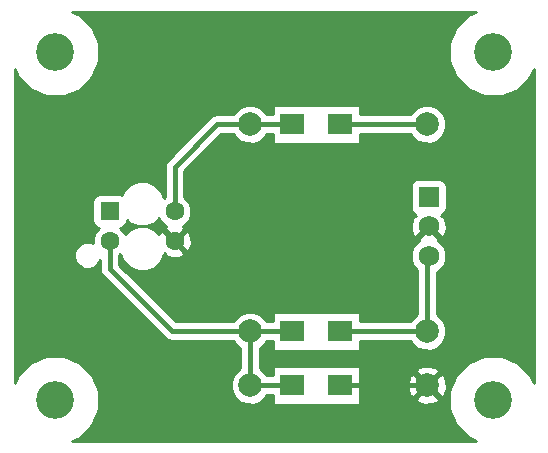
<source format=gbr>
G04 #@! TF.FileFunction,Copper,L2,Bot,Signal*
%FSLAX46Y46*%
G04 Gerber Fmt 4.6, Leading zero omitted, Abs format (unit mm)*
G04 Created by KiCad (PCBNEW 4.0.2+e4-6225~38~ubuntu15.04.1-stable) date zo 07 aug 2016 00:42:35 CEST*
%MOMM*%
G01*
G04 APERTURE LIST*
%ADD10C,0.100000*%
%ADD11C,1.998980*%
%ADD12R,1.600000X1.600000*%
%ADD13C,1.600000*%
%ADD14C,3.200000*%
%ADD15R,1.750000X1.750000*%
%ADD16C,1.750000*%
%ADD17R,2.000000X1.700000*%
%ADD18C,0.400000*%
%ADD19C,0.254000*%
G04 APERTURE END LIST*
D10*
D11*
X149352000Y-111252000D03*
X164352000Y-111252000D03*
X164338000Y-106680000D03*
X149338000Y-106680000D03*
X164338000Y-89154000D03*
X149338000Y-89154000D03*
D12*
X137458000Y-96520000D03*
D13*
X137458000Y-99060000D03*
X142958000Y-99060000D03*
X142958000Y-96520000D03*
D14*
X132842000Y-83058000D03*
X169926000Y-83058000D03*
D15*
X164465000Y-95313500D03*
D16*
X164465000Y-97813500D03*
X164465000Y-100313500D03*
D14*
X132842000Y-112522000D03*
X169926000Y-112522000D03*
D17*
X152940000Y-89154000D03*
X156940000Y-89154000D03*
X152940000Y-106680000D03*
X156940000Y-106680000D03*
X152940000Y-111252000D03*
X156940000Y-111252000D03*
D18*
X156940000Y-89154000D02*
X164338000Y-89154000D01*
X152940000Y-106680000D02*
X149338000Y-106680000D01*
X149352000Y-111252000D02*
X152940000Y-111252000D01*
X149352000Y-111252000D02*
X149352000Y-106694000D01*
X149352000Y-106694000D02*
X149338000Y-106680000D01*
X137458000Y-99060000D02*
X137458000Y-101390000D01*
X142748000Y-106680000D02*
X149338000Y-106680000D01*
X137458000Y-101390000D02*
X142748000Y-106680000D01*
X149338000Y-89154000D02*
X152940000Y-89154000D01*
X149338000Y-89154000D02*
X146558000Y-89154000D01*
X142958000Y-92754000D02*
X142958000Y-96520000D01*
X146558000Y-89154000D02*
X142958000Y-92754000D01*
X156940000Y-111252000D02*
X164352000Y-111252000D01*
X164352000Y-111252000D02*
X164352000Y-111238000D01*
X164338000Y-106680000D02*
X156940000Y-106680000D01*
X164338000Y-106680000D02*
X164338000Y-100440500D01*
X164338000Y-100440500D02*
X164465000Y-100313500D01*
D19*
G36*
X167817582Y-79896561D02*
X166768246Y-80944068D01*
X166199649Y-82313402D01*
X166198355Y-83796094D01*
X166764561Y-85166418D01*
X167812068Y-86215754D01*
X169181402Y-86784351D01*
X170664094Y-86785645D01*
X172034418Y-86219439D01*
X173083754Y-85171932D01*
X173355000Y-84518699D01*
X173355000Y-111061130D01*
X173087439Y-110413582D01*
X172039932Y-109364246D01*
X170670598Y-108795649D01*
X169187906Y-108794355D01*
X167817582Y-109360561D01*
X166768246Y-110408068D01*
X166199649Y-111777402D01*
X166198355Y-113260094D01*
X166764561Y-114630418D01*
X167812068Y-115679754D01*
X168465301Y-115951000D01*
X134302870Y-115951000D01*
X134950418Y-115683439D01*
X135999754Y-114635932D01*
X136568351Y-113266598D01*
X136569645Y-111783906D01*
X136003439Y-110413582D01*
X134955932Y-109364246D01*
X133586598Y-108795649D01*
X132103906Y-108794355D01*
X130733582Y-109360561D01*
X129684246Y-110408068D01*
X129413000Y-111061301D01*
X129413000Y-100464775D01*
X134422803Y-100464775D01*
X134595233Y-100882086D01*
X134914235Y-101201645D01*
X135331244Y-101374803D01*
X135782775Y-101375197D01*
X136200086Y-101202767D01*
X136519645Y-100883765D01*
X136623000Y-100634860D01*
X136623000Y-101390000D01*
X136686561Y-101709541D01*
X136762531Y-101823238D01*
X136867566Y-101980434D01*
X142157566Y-107270434D01*
X142428460Y-107451440D01*
X142748000Y-107515000D01*
X147914493Y-107515000D01*
X147951538Y-107604655D01*
X148410927Y-108064846D01*
X148517000Y-108108891D01*
X148517000Y-109828493D01*
X148427345Y-109865538D01*
X147967154Y-110324927D01*
X147717794Y-110925453D01*
X147717226Y-111575694D01*
X147965538Y-112176655D01*
X148424927Y-112636846D01*
X149025453Y-112886206D01*
X149675694Y-112886774D01*
X150276655Y-112638462D01*
X150736846Y-112179073D01*
X150775078Y-112087000D01*
X151257000Y-112087000D01*
X151257000Y-112776000D01*
X151265685Y-112822159D01*
X151292965Y-112864553D01*
X151334590Y-112892994D01*
X151384000Y-112903000D01*
X158496000Y-112903000D01*
X158542159Y-112894315D01*
X158584553Y-112867035D01*
X158612994Y-112825410D01*
X158623000Y-112776000D01*
X158623000Y-112404163D01*
X163379443Y-112404163D01*
X163478042Y-112670965D01*
X164087582Y-112897401D01*
X164737377Y-112873341D01*
X165225958Y-112670965D01*
X165324557Y-112404163D01*
X164352000Y-111431605D01*
X163379443Y-112404163D01*
X158623000Y-112404163D01*
X158623000Y-110987582D01*
X162706599Y-110987582D01*
X162730659Y-111637377D01*
X162933035Y-112125958D01*
X163199837Y-112224557D01*
X164172395Y-111252000D01*
X164531605Y-111252000D01*
X165504163Y-112224557D01*
X165770965Y-112125958D01*
X165997401Y-111516418D01*
X165973341Y-110866623D01*
X165770965Y-110378042D01*
X165504163Y-110279443D01*
X164531605Y-111252000D01*
X164172395Y-111252000D01*
X163199837Y-110279443D01*
X162933035Y-110378042D01*
X162706599Y-110987582D01*
X158623000Y-110987582D01*
X158623000Y-110099837D01*
X163379443Y-110099837D01*
X164352000Y-111072395D01*
X165324557Y-110099837D01*
X165225958Y-109833035D01*
X164616418Y-109606599D01*
X163966623Y-109630659D01*
X163478042Y-109833035D01*
X163379443Y-110099837D01*
X158623000Y-110099837D01*
X158623000Y-109728000D01*
X158614315Y-109681841D01*
X158587035Y-109639447D01*
X158545410Y-109611006D01*
X158496000Y-109601000D01*
X151384000Y-109601000D01*
X151337841Y-109609685D01*
X151295447Y-109636965D01*
X151267006Y-109678590D01*
X151257000Y-109728000D01*
X151257000Y-110417000D01*
X150775507Y-110417000D01*
X150738462Y-110327345D01*
X150279073Y-109867154D01*
X150187000Y-109828922D01*
X150187000Y-108097722D01*
X150262655Y-108066462D01*
X150722846Y-107607073D01*
X150761078Y-107515000D01*
X151257000Y-107515000D01*
X151257000Y-108204000D01*
X151265685Y-108250159D01*
X151292965Y-108292553D01*
X151334590Y-108320994D01*
X151384000Y-108331000D01*
X158496000Y-108331000D01*
X158542159Y-108322315D01*
X158584553Y-108295035D01*
X158612994Y-108253410D01*
X158623000Y-108204000D01*
X158623000Y-107515000D01*
X162914493Y-107515000D01*
X162951538Y-107604655D01*
X163410927Y-108064846D01*
X164011453Y-108314206D01*
X164661694Y-108314774D01*
X165262655Y-108066462D01*
X165722846Y-107607073D01*
X165972206Y-107006547D01*
X165972774Y-106356306D01*
X165724462Y-105755345D01*
X165265073Y-105295154D01*
X165173000Y-105256922D01*
X165173000Y-101654783D01*
X165319229Y-101594362D01*
X165744370Y-101169963D01*
X165974738Y-100615175D01*
X165975262Y-100014460D01*
X165745862Y-99459271D01*
X165321463Y-99034130D01*
X165298531Y-99024608D01*
X165347455Y-98875560D01*
X164465000Y-97993105D01*
X163582545Y-98875560D01*
X163631318Y-99024148D01*
X163610771Y-99032638D01*
X163185630Y-99457037D01*
X162955262Y-100011825D01*
X162954738Y-100612540D01*
X163184138Y-101167729D01*
X163503000Y-101487148D01*
X163503000Y-105256493D01*
X163413345Y-105293538D01*
X162953154Y-105752927D01*
X162914922Y-105845000D01*
X158623000Y-105845000D01*
X158623000Y-105156000D01*
X158614315Y-105109841D01*
X158587035Y-105067447D01*
X158545410Y-105039006D01*
X158496000Y-105029000D01*
X151384000Y-105029000D01*
X151337841Y-105037685D01*
X151295447Y-105064965D01*
X151267006Y-105106590D01*
X151257000Y-105156000D01*
X151257000Y-105845000D01*
X150761507Y-105845000D01*
X150724462Y-105755345D01*
X150265073Y-105295154D01*
X149664547Y-105045794D01*
X149014306Y-105045226D01*
X148413345Y-105293538D01*
X147953154Y-105752927D01*
X147914922Y-105845000D01*
X143093868Y-105845000D01*
X138293000Y-101044132D01*
X138293000Y-100254083D01*
X138369817Y-100177400D01*
X138609043Y-100756372D01*
X139138839Y-101287093D01*
X139831405Y-101574672D01*
X140581305Y-101575326D01*
X141274372Y-101288957D01*
X141805093Y-100759161D01*
X142065446Y-100132162D01*
X142129861Y-100067747D01*
X142203995Y-100313864D01*
X142741223Y-100506965D01*
X143311454Y-100479778D01*
X143712005Y-100313864D01*
X143786139Y-100067745D01*
X142958000Y-99239605D01*
X142943858Y-99253748D01*
X142764252Y-99074142D01*
X142778395Y-99060000D01*
X143137605Y-99060000D01*
X143965745Y-99888139D01*
X144211864Y-99814005D01*
X144404965Y-99276777D01*
X144377778Y-98706546D01*
X144211864Y-98305995D01*
X143965745Y-98231861D01*
X143137605Y-99060000D01*
X142778395Y-99060000D01*
X141950255Y-98231861D01*
X141704136Y-98305995D01*
X141647413Y-98463805D01*
X141277161Y-98092907D01*
X140584595Y-97805328D01*
X139834695Y-97804674D01*
X139141628Y-98091043D01*
X138765464Y-98466551D01*
X138675243Y-98248200D01*
X138373312Y-97945742D01*
X138493317Y-97923162D01*
X138709441Y-97784090D01*
X138854431Y-97571890D01*
X138905440Y-97320000D01*
X138905440Y-97253286D01*
X139138839Y-97487093D01*
X139831405Y-97774672D01*
X140581305Y-97775326D01*
X141274372Y-97488957D01*
X141650536Y-97113449D01*
X141740757Y-97331800D01*
X142144077Y-97735824D01*
X142258768Y-97783448D01*
X142203995Y-97806136D01*
X142129861Y-98052255D01*
X142958000Y-98880395D01*
X143786139Y-98052255D01*
X143712005Y-97806136D01*
X143653746Y-97785195D01*
X143769800Y-97737243D01*
X144173824Y-97333923D01*
X144392750Y-96806691D01*
X144393248Y-96235813D01*
X144175243Y-95708200D01*
X143793000Y-95325290D01*
X143793000Y-94438500D01*
X162942560Y-94438500D01*
X162942560Y-96188500D01*
X162986838Y-96423817D01*
X163125910Y-96639941D01*
X163327226Y-96777494D01*
X163288306Y-96816414D01*
X163402938Y-96931046D01*
X163149047Y-97014384D01*
X162943410Y-97578806D01*
X162969421Y-98178958D01*
X163149047Y-98612616D01*
X163402940Y-98695955D01*
X164285395Y-97813500D01*
X164271253Y-97799358D01*
X164450858Y-97619753D01*
X164465000Y-97633895D01*
X164479143Y-97619753D01*
X164658748Y-97799358D01*
X164644605Y-97813500D01*
X165527060Y-98695955D01*
X165780953Y-98612616D01*
X165986590Y-98048194D01*
X165960579Y-97448042D01*
X165780953Y-97014384D01*
X165527062Y-96931046D01*
X165641694Y-96816414D01*
X165600644Y-96775364D01*
X165791441Y-96652590D01*
X165936431Y-96440390D01*
X165987440Y-96188500D01*
X165987440Y-94438500D01*
X165943162Y-94203183D01*
X165804090Y-93987059D01*
X165591890Y-93842069D01*
X165340000Y-93791060D01*
X163590000Y-93791060D01*
X163354683Y-93835338D01*
X163138559Y-93974410D01*
X162993569Y-94186610D01*
X162942560Y-94438500D01*
X143793000Y-94438500D01*
X143793000Y-93099868D01*
X146903868Y-89989000D01*
X147914493Y-89989000D01*
X147951538Y-90078655D01*
X148410927Y-90538846D01*
X149011453Y-90788206D01*
X149661694Y-90788774D01*
X150262655Y-90540462D01*
X150722846Y-90081073D01*
X150761078Y-89989000D01*
X151257000Y-89989000D01*
X151257000Y-90678000D01*
X151265685Y-90724159D01*
X151292965Y-90766553D01*
X151334590Y-90794994D01*
X151384000Y-90805000D01*
X158496000Y-90805000D01*
X158542159Y-90796315D01*
X158584553Y-90769035D01*
X158612994Y-90727410D01*
X158623000Y-90678000D01*
X158623000Y-89989000D01*
X162914493Y-89989000D01*
X162951538Y-90078655D01*
X163410927Y-90538846D01*
X164011453Y-90788206D01*
X164661694Y-90788774D01*
X165262655Y-90540462D01*
X165722846Y-90081073D01*
X165972206Y-89480547D01*
X165972774Y-88830306D01*
X165724462Y-88229345D01*
X165265073Y-87769154D01*
X164664547Y-87519794D01*
X164014306Y-87519226D01*
X163413345Y-87767538D01*
X162953154Y-88226927D01*
X162914922Y-88319000D01*
X158623000Y-88319000D01*
X158623000Y-87630000D01*
X158614315Y-87583841D01*
X158587035Y-87541447D01*
X158545410Y-87513006D01*
X158496000Y-87503000D01*
X151384000Y-87503000D01*
X151337841Y-87511685D01*
X151295447Y-87538965D01*
X151267006Y-87580590D01*
X151257000Y-87630000D01*
X151257000Y-88319000D01*
X150761507Y-88319000D01*
X150724462Y-88229345D01*
X150265073Y-87769154D01*
X149664547Y-87519794D01*
X149014306Y-87519226D01*
X148413345Y-87767538D01*
X147953154Y-88226927D01*
X147914922Y-88319000D01*
X146558000Y-88319000D01*
X146238459Y-88382561D01*
X145967566Y-88563566D01*
X142367566Y-92163566D01*
X142186561Y-92434459D01*
X142123000Y-92754000D01*
X142123000Y-95325917D01*
X142046183Y-95402600D01*
X141806957Y-94823628D01*
X141277161Y-94292907D01*
X140584595Y-94005328D01*
X139834695Y-94004674D01*
X139141628Y-94291043D01*
X138610907Y-94820839D01*
X138487117Y-95118957D01*
X138258000Y-95072560D01*
X136658000Y-95072560D01*
X136422683Y-95116838D01*
X136206559Y-95255910D01*
X136061569Y-95468110D01*
X136010560Y-95720000D01*
X136010560Y-97320000D01*
X136054838Y-97555317D01*
X136193910Y-97771441D01*
X136406110Y-97916431D01*
X136544354Y-97944426D01*
X136242176Y-98246077D01*
X136023250Y-98773309D01*
X136022874Y-99204073D01*
X135784756Y-99105197D01*
X135333225Y-99104803D01*
X134915914Y-99277233D01*
X134596355Y-99596235D01*
X134423197Y-100013244D01*
X134422803Y-100464775D01*
X129413000Y-100464775D01*
X129413000Y-84518870D01*
X129680561Y-85166418D01*
X130728068Y-86215754D01*
X132097402Y-86784351D01*
X133580094Y-86785645D01*
X134950418Y-86219439D01*
X135999754Y-85171932D01*
X136568351Y-83802598D01*
X136569645Y-82319906D01*
X136003439Y-80949582D01*
X134955932Y-79900246D01*
X134302699Y-79629000D01*
X168465130Y-79629000D01*
X167817582Y-79896561D01*
X167817582Y-79896561D01*
G37*
X167817582Y-79896561D02*
X166768246Y-80944068D01*
X166199649Y-82313402D01*
X166198355Y-83796094D01*
X166764561Y-85166418D01*
X167812068Y-86215754D01*
X169181402Y-86784351D01*
X170664094Y-86785645D01*
X172034418Y-86219439D01*
X173083754Y-85171932D01*
X173355000Y-84518699D01*
X173355000Y-111061130D01*
X173087439Y-110413582D01*
X172039932Y-109364246D01*
X170670598Y-108795649D01*
X169187906Y-108794355D01*
X167817582Y-109360561D01*
X166768246Y-110408068D01*
X166199649Y-111777402D01*
X166198355Y-113260094D01*
X166764561Y-114630418D01*
X167812068Y-115679754D01*
X168465301Y-115951000D01*
X134302870Y-115951000D01*
X134950418Y-115683439D01*
X135999754Y-114635932D01*
X136568351Y-113266598D01*
X136569645Y-111783906D01*
X136003439Y-110413582D01*
X134955932Y-109364246D01*
X133586598Y-108795649D01*
X132103906Y-108794355D01*
X130733582Y-109360561D01*
X129684246Y-110408068D01*
X129413000Y-111061301D01*
X129413000Y-100464775D01*
X134422803Y-100464775D01*
X134595233Y-100882086D01*
X134914235Y-101201645D01*
X135331244Y-101374803D01*
X135782775Y-101375197D01*
X136200086Y-101202767D01*
X136519645Y-100883765D01*
X136623000Y-100634860D01*
X136623000Y-101390000D01*
X136686561Y-101709541D01*
X136762531Y-101823238D01*
X136867566Y-101980434D01*
X142157566Y-107270434D01*
X142428460Y-107451440D01*
X142748000Y-107515000D01*
X147914493Y-107515000D01*
X147951538Y-107604655D01*
X148410927Y-108064846D01*
X148517000Y-108108891D01*
X148517000Y-109828493D01*
X148427345Y-109865538D01*
X147967154Y-110324927D01*
X147717794Y-110925453D01*
X147717226Y-111575694D01*
X147965538Y-112176655D01*
X148424927Y-112636846D01*
X149025453Y-112886206D01*
X149675694Y-112886774D01*
X150276655Y-112638462D01*
X150736846Y-112179073D01*
X150775078Y-112087000D01*
X151257000Y-112087000D01*
X151257000Y-112776000D01*
X151265685Y-112822159D01*
X151292965Y-112864553D01*
X151334590Y-112892994D01*
X151384000Y-112903000D01*
X158496000Y-112903000D01*
X158542159Y-112894315D01*
X158584553Y-112867035D01*
X158612994Y-112825410D01*
X158623000Y-112776000D01*
X158623000Y-112404163D01*
X163379443Y-112404163D01*
X163478042Y-112670965D01*
X164087582Y-112897401D01*
X164737377Y-112873341D01*
X165225958Y-112670965D01*
X165324557Y-112404163D01*
X164352000Y-111431605D01*
X163379443Y-112404163D01*
X158623000Y-112404163D01*
X158623000Y-110987582D01*
X162706599Y-110987582D01*
X162730659Y-111637377D01*
X162933035Y-112125958D01*
X163199837Y-112224557D01*
X164172395Y-111252000D01*
X164531605Y-111252000D01*
X165504163Y-112224557D01*
X165770965Y-112125958D01*
X165997401Y-111516418D01*
X165973341Y-110866623D01*
X165770965Y-110378042D01*
X165504163Y-110279443D01*
X164531605Y-111252000D01*
X164172395Y-111252000D01*
X163199837Y-110279443D01*
X162933035Y-110378042D01*
X162706599Y-110987582D01*
X158623000Y-110987582D01*
X158623000Y-110099837D01*
X163379443Y-110099837D01*
X164352000Y-111072395D01*
X165324557Y-110099837D01*
X165225958Y-109833035D01*
X164616418Y-109606599D01*
X163966623Y-109630659D01*
X163478042Y-109833035D01*
X163379443Y-110099837D01*
X158623000Y-110099837D01*
X158623000Y-109728000D01*
X158614315Y-109681841D01*
X158587035Y-109639447D01*
X158545410Y-109611006D01*
X158496000Y-109601000D01*
X151384000Y-109601000D01*
X151337841Y-109609685D01*
X151295447Y-109636965D01*
X151267006Y-109678590D01*
X151257000Y-109728000D01*
X151257000Y-110417000D01*
X150775507Y-110417000D01*
X150738462Y-110327345D01*
X150279073Y-109867154D01*
X150187000Y-109828922D01*
X150187000Y-108097722D01*
X150262655Y-108066462D01*
X150722846Y-107607073D01*
X150761078Y-107515000D01*
X151257000Y-107515000D01*
X151257000Y-108204000D01*
X151265685Y-108250159D01*
X151292965Y-108292553D01*
X151334590Y-108320994D01*
X151384000Y-108331000D01*
X158496000Y-108331000D01*
X158542159Y-108322315D01*
X158584553Y-108295035D01*
X158612994Y-108253410D01*
X158623000Y-108204000D01*
X158623000Y-107515000D01*
X162914493Y-107515000D01*
X162951538Y-107604655D01*
X163410927Y-108064846D01*
X164011453Y-108314206D01*
X164661694Y-108314774D01*
X165262655Y-108066462D01*
X165722846Y-107607073D01*
X165972206Y-107006547D01*
X165972774Y-106356306D01*
X165724462Y-105755345D01*
X165265073Y-105295154D01*
X165173000Y-105256922D01*
X165173000Y-101654783D01*
X165319229Y-101594362D01*
X165744370Y-101169963D01*
X165974738Y-100615175D01*
X165975262Y-100014460D01*
X165745862Y-99459271D01*
X165321463Y-99034130D01*
X165298531Y-99024608D01*
X165347455Y-98875560D01*
X164465000Y-97993105D01*
X163582545Y-98875560D01*
X163631318Y-99024148D01*
X163610771Y-99032638D01*
X163185630Y-99457037D01*
X162955262Y-100011825D01*
X162954738Y-100612540D01*
X163184138Y-101167729D01*
X163503000Y-101487148D01*
X163503000Y-105256493D01*
X163413345Y-105293538D01*
X162953154Y-105752927D01*
X162914922Y-105845000D01*
X158623000Y-105845000D01*
X158623000Y-105156000D01*
X158614315Y-105109841D01*
X158587035Y-105067447D01*
X158545410Y-105039006D01*
X158496000Y-105029000D01*
X151384000Y-105029000D01*
X151337841Y-105037685D01*
X151295447Y-105064965D01*
X151267006Y-105106590D01*
X151257000Y-105156000D01*
X151257000Y-105845000D01*
X150761507Y-105845000D01*
X150724462Y-105755345D01*
X150265073Y-105295154D01*
X149664547Y-105045794D01*
X149014306Y-105045226D01*
X148413345Y-105293538D01*
X147953154Y-105752927D01*
X147914922Y-105845000D01*
X143093868Y-105845000D01*
X138293000Y-101044132D01*
X138293000Y-100254083D01*
X138369817Y-100177400D01*
X138609043Y-100756372D01*
X139138839Y-101287093D01*
X139831405Y-101574672D01*
X140581305Y-101575326D01*
X141274372Y-101288957D01*
X141805093Y-100759161D01*
X142065446Y-100132162D01*
X142129861Y-100067747D01*
X142203995Y-100313864D01*
X142741223Y-100506965D01*
X143311454Y-100479778D01*
X143712005Y-100313864D01*
X143786139Y-100067745D01*
X142958000Y-99239605D01*
X142943858Y-99253748D01*
X142764252Y-99074142D01*
X142778395Y-99060000D01*
X143137605Y-99060000D01*
X143965745Y-99888139D01*
X144211864Y-99814005D01*
X144404965Y-99276777D01*
X144377778Y-98706546D01*
X144211864Y-98305995D01*
X143965745Y-98231861D01*
X143137605Y-99060000D01*
X142778395Y-99060000D01*
X141950255Y-98231861D01*
X141704136Y-98305995D01*
X141647413Y-98463805D01*
X141277161Y-98092907D01*
X140584595Y-97805328D01*
X139834695Y-97804674D01*
X139141628Y-98091043D01*
X138765464Y-98466551D01*
X138675243Y-98248200D01*
X138373312Y-97945742D01*
X138493317Y-97923162D01*
X138709441Y-97784090D01*
X138854431Y-97571890D01*
X138905440Y-97320000D01*
X138905440Y-97253286D01*
X139138839Y-97487093D01*
X139831405Y-97774672D01*
X140581305Y-97775326D01*
X141274372Y-97488957D01*
X141650536Y-97113449D01*
X141740757Y-97331800D01*
X142144077Y-97735824D01*
X142258768Y-97783448D01*
X142203995Y-97806136D01*
X142129861Y-98052255D01*
X142958000Y-98880395D01*
X143786139Y-98052255D01*
X143712005Y-97806136D01*
X143653746Y-97785195D01*
X143769800Y-97737243D01*
X144173824Y-97333923D01*
X144392750Y-96806691D01*
X144393248Y-96235813D01*
X144175243Y-95708200D01*
X143793000Y-95325290D01*
X143793000Y-94438500D01*
X162942560Y-94438500D01*
X162942560Y-96188500D01*
X162986838Y-96423817D01*
X163125910Y-96639941D01*
X163327226Y-96777494D01*
X163288306Y-96816414D01*
X163402938Y-96931046D01*
X163149047Y-97014384D01*
X162943410Y-97578806D01*
X162969421Y-98178958D01*
X163149047Y-98612616D01*
X163402940Y-98695955D01*
X164285395Y-97813500D01*
X164271253Y-97799358D01*
X164450858Y-97619753D01*
X164465000Y-97633895D01*
X164479143Y-97619753D01*
X164658748Y-97799358D01*
X164644605Y-97813500D01*
X165527060Y-98695955D01*
X165780953Y-98612616D01*
X165986590Y-98048194D01*
X165960579Y-97448042D01*
X165780953Y-97014384D01*
X165527062Y-96931046D01*
X165641694Y-96816414D01*
X165600644Y-96775364D01*
X165791441Y-96652590D01*
X165936431Y-96440390D01*
X165987440Y-96188500D01*
X165987440Y-94438500D01*
X165943162Y-94203183D01*
X165804090Y-93987059D01*
X165591890Y-93842069D01*
X165340000Y-93791060D01*
X163590000Y-93791060D01*
X163354683Y-93835338D01*
X163138559Y-93974410D01*
X162993569Y-94186610D01*
X162942560Y-94438500D01*
X143793000Y-94438500D01*
X143793000Y-93099868D01*
X146903868Y-89989000D01*
X147914493Y-89989000D01*
X147951538Y-90078655D01*
X148410927Y-90538846D01*
X149011453Y-90788206D01*
X149661694Y-90788774D01*
X150262655Y-90540462D01*
X150722846Y-90081073D01*
X150761078Y-89989000D01*
X151257000Y-89989000D01*
X151257000Y-90678000D01*
X151265685Y-90724159D01*
X151292965Y-90766553D01*
X151334590Y-90794994D01*
X151384000Y-90805000D01*
X158496000Y-90805000D01*
X158542159Y-90796315D01*
X158584553Y-90769035D01*
X158612994Y-90727410D01*
X158623000Y-90678000D01*
X158623000Y-89989000D01*
X162914493Y-89989000D01*
X162951538Y-90078655D01*
X163410927Y-90538846D01*
X164011453Y-90788206D01*
X164661694Y-90788774D01*
X165262655Y-90540462D01*
X165722846Y-90081073D01*
X165972206Y-89480547D01*
X165972774Y-88830306D01*
X165724462Y-88229345D01*
X165265073Y-87769154D01*
X164664547Y-87519794D01*
X164014306Y-87519226D01*
X163413345Y-87767538D01*
X162953154Y-88226927D01*
X162914922Y-88319000D01*
X158623000Y-88319000D01*
X158623000Y-87630000D01*
X158614315Y-87583841D01*
X158587035Y-87541447D01*
X158545410Y-87513006D01*
X158496000Y-87503000D01*
X151384000Y-87503000D01*
X151337841Y-87511685D01*
X151295447Y-87538965D01*
X151267006Y-87580590D01*
X151257000Y-87630000D01*
X151257000Y-88319000D01*
X150761507Y-88319000D01*
X150724462Y-88229345D01*
X150265073Y-87769154D01*
X149664547Y-87519794D01*
X149014306Y-87519226D01*
X148413345Y-87767538D01*
X147953154Y-88226927D01*
X147914922Y-88319000D01*
X146558000Y-88319000D01*
X146238459Y-88382561D01*
X145967566Y-88563566D01*
X142367566Y-92163566D01*
X142186561Y-92434459D01*
X142123000Y-92754000D01*
X142123000Y-95325917D01*
X142046183Y-95402600D01*
X141806957Y-94823628D01*
X141277161Y-94292907D01*
X140584595Y-94005328D01*
X139834695Y-94004674D01*
X139141628Y-94291043D01*
X138610907Y-94820839D01*
X138487117Y-95118957D01*
X138258000Y-95072560D01*
X136658000Y-95072560D01*
X136422683Y-95116838D01*
X136206559Y-95255910D01*
X136061569Y-95468110D01*
X136010560Y-95720000D01*
X136010560Y-97320000D01*
X136054838Y-97555317D01*
X136193910Y-97771441D01*
X136406110Y-97916431D01*
X136544354Y-97944426D01*
X136242176Y-98246077D01*
X136023250Y-98773309D01*
X136022874Y-99204073D01*
X135784756Y-99105197D01*
X135333225Y-99104803D01*
X134915914Y-99277233D01*
X134596355Y-99596235D01*
X134423197Y-100013244D01*
X134422803Y-100464775D01*
X129413000Y-100464775D01*
X129413000Y-84518870D01*
X129680561Y-85166418D01*
X130728068Y-86215754D01*
X132097402Y-86784351D01*
X133580094Y-86785645D01*
X134950418Y-86219439D01*
X135999754Y-85171932D01*
X136568351Y-83802598D01*
X136569645Y-82319906D01*
X136003439Y-80949582D01*
X134955932Y-79900246D01*
X134302699Y-79629000D01*
X168465130Y-79629000D01*
X167817582Y-79896561D01*
M02*

</source>
